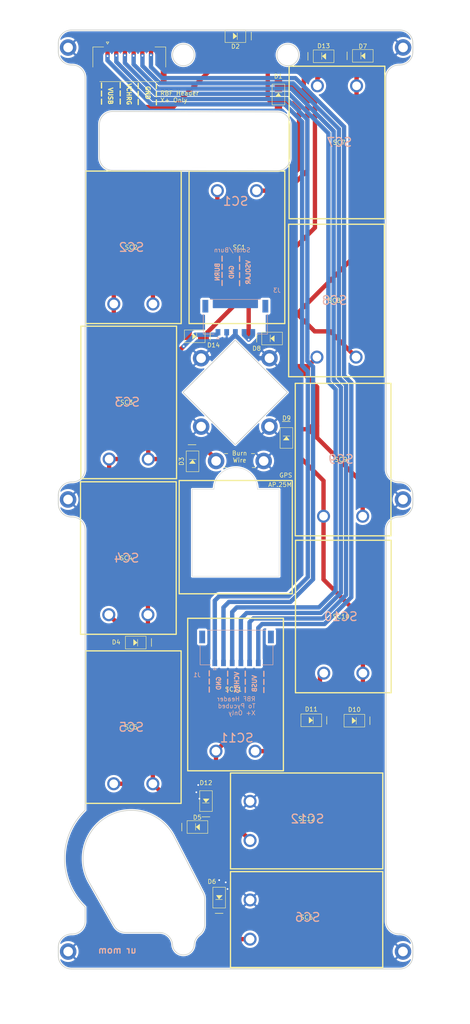
<source format=kicad_pcb>
(kicad_pcb (version 20221018) (generator pcbnew)
  (title_block (title "Stationary X Panel") (date "2024-05-08") (rev "1b") (company "Stanford Student Space Initiative") (comment 1 "Finn Hittson, with minor edits by Hunter Liu"))
  (layers (0 "F.Cu" signal) (31 "B.Cu" signal) (34 "B.Paste" user) (35 "F.Paste" user) (36 "B.SilkS" user "B.Silkscreen") (37 "F.SilkS" user "F.Silkscreen") (38 "B.Mask" user) (39 "F.Mask" user) (44 "Edge.Cuts" user))
  (net 0 "")
  (net 1 "VSOLAR")
  (net 2 "GND")
  (net 3 "Net-(D1-K)")
  (net 4 "Net-(D1-A)")
  (net 5 "Net-(D2-A)")
  (net 6 "Net-(D10-K)")
  (net 7 "Net-(D10-A)")
  (net 8 "Net-(D11-A)")
  (net 9 "Net-(D3-A)")
  (net 10 "Net-(D4-A)")
  (net 11 "Net-(D5-A)")
  (net 12 "Net-(D7-A)")
  (net 13 "Net-(D8-A)")
  (net 14 "BURN")
  (net 15 "Net-(D13-A)")
  (net 20 "/VUSB_OUT")
  (net 21 "/VUSB_BATT")
  (net 22 "/VCHRG")
  (net 23 "/VBATT")
  (net 24 "/PYCUBED_GND")
  (net 25 "/PYCUBED_GNDREF")
  (footprint "MountingHole:MountingHole_2.2mm_M2_DIN965_Pad_TopBottom" (layer "F.Cu") (at 108.075 129.165)
    (fp_text reference "H12" hide)
    (fp_text value "MountingHole_Pad" hide)
  )
  (footprint "panels:SM101K07TF" (layer "F.Cu") (at 92.785 83.475 -90)
    (fp_text reference "SC8")
    (fp_text value "SM101K07TF" hide)
  )
  (footprint "panels:DO-214AC" (layer "F.Cu") (at 60.198 91.694 180)
    (fp_text reference "D14")
    (fp_text value "CDBA240LL" hide)
  )
  (footprint "panels:DO-214AC" (layer "F.Cu") (at 65.811 220.537 90)
    (fp_text reference "D6")
    (fp_text value "CDBA240LL" hide)
  )
  (footprint "panels:SM101K07TF" (layer "F.Cu") (at 46.085 71.275 -90)
    (fp_text reference "SC2")
    (fp_text value "SM101K07TF" hide)
  )
  (footprint "panels:DO-214AC" (layer "F.Cu") (at 46.635 161.995 180)
    (fp_text reference "D4")
    (fp_text value "CDBA240LL" hide)
  )
  (footprint "panels:DO-214AC" (layer "F.Cu") (at 69.545 22.805 180)
    (fp_text reference "D2")
    (fp_text value "CDBA240LL" hide)
  )
  (footprint "MountingHole:MountingHole_2.2mm_M2_DIN965_Pad_TopBottom" (layer "F.Cu") (at 31.095 232.915)
    (fp_text reference "H8" hide)
    (fp_text value "MountingHole_Pad" hide)
  )
  (footprint "panels:SM101K07TF" (layer "F.Cu") (at 69.895 71.275 90)
    (fp_text reference "SC1")
    (fp_text value "SM101K07TF" hide)
  )
  (footprint "panels:SM101K07TF" (layer "F.Cu") (at 85.915 202.935 180)
    (fp_text reference "SC12")
    (fp_text value "SM101K07TF" hide)
  )
  (footprint "panels:SM101K07TF" (layer "F.Cu") (at 69.575 173.925 -90)
    (fp_text reference "SC11")
    (fp_text value "SM101K07TF" hide)
  )
  (footprint "panels:DO-214AC" (layer "F.Cu") (at 59.69 120.396 -90)
    (fp_text reference "D3")
    (fp_text value "CDBA240LL" hide)
  )
  (footprint "panels:DO-214AC" (layer "F.Cu") (at 86.985 179.835 180)
    (fp_text reference "D11")
    (fp_text value "CDBA240LL" hide)
  )
  (footprint "panels:DO-214AC" (layer "F.Cu") (at 60.815 204.335)
    (fp_text reference "D5")
    (fp_text value "CDBA240LL" hide)
  )
  (footprint "panels:SM101K07TF" (layer "F.Cu") (at 94.305 119.995 -90)
    (fp_text reference "SC9")
    (fp_text value "SM101K07TF" hide)
  )
  (footprint "panels:MOLEX_2053380006" (layer "F.Cu") (at 45.15 29.26 180)
    (fp_text reference "J2" hide)
    (fp_text value "2053380006" hide)
  )
  (footprint "MountingHole:MountingHole_2.2mm_M2_DIN965_Pad_TopBottom" (layer "F.Cu") (at 31.075 129.155)
    (fp_text reference "H9" hide)
    (fp_text value "MountingHole_Pad" hide)
  )
  (footprint "panels:DO-214AC" (layer "F.Cu") (at 79.435 36.195 -90)
    (fp_text reference "D1")
    (fp_text value "CDBA240LL" hide)
  )
  (footprint "panels:AP.25M" (layer "F.Cu") (at 69.62 137.8)
    (fp_text reference "ANT1" hide)
    (fp_text value "AP.25M")
  )
  (footprint "MountingHole:MountingHole_2.2mm_M2_DIN965_Pad_TopBottom" (layer "F.Cu") (at 61.666115 112.421156)
    (fp_text reference "H3" hide)
    (fp_text value "MountingHole_Pad" hide)
  )
  (footprint "panels:DO-214AC" (layer "F.Cu") (at 77.978 92.202)
    (fp_text reference "D8")
    (fp_text value "CDBA240LL" hide)
  )
  (footprint "panels:SM101K07TF" (layer "F.Cu") (at 92.895 47.205 90)
    (fp_text reference "SC7")
    (fp_text value "SM101K07TF" hide)
  )
  (footprint "MountingHole:MountingHole_2.2mm_M2_DIN965_Pad_TopBottom" (layer "F.Cu") (at 31.085 25.415)
    (fp_text reference "H10" hide)
    (fp_text value "MountingHole_Pad" hide)
  )
  (footprint "MountingHole:MountingHole_2.2mm_M2_DIN965_Pad_TopBottom" (layer "F.Cu") (at 76.045 120.315)
    (fp_text reference "H2" hide)
    (fp_text value "MountingHole_Pad" hide)
  )
  (footprint "panels:SM101K07TF" (layer "F.Cu") (at 85.915 225.575 180)
    (fp_text reference "SC6")
    (fp_text value "SM101K07TF" hide)
  )
  (footprint "MountingHole:MountingHole_2.2mm_M2_DIN965_Pad_TopBottom" (layer "F.Cu") (at 61.666115 96.723386)
    (fp_text reference "H5" hide)
    (fp_text value "MountingHole_Pad" hide)
  )
  (footprint "panels:SM101K07TF" (layer "F.Cu") (at 46.065 181.405 -90)
    (fp_text reference "SC5")
    (fp_text value "SM101K07TF" hide)
  )
  (footprint "MountingHole:MountingHole_2.2mm_M2_DIN965_Pad_TopBottom" (layer "F.Cu") (at 108.075 232.905)
    (fp_text reference "H7" hide)
    (fp_text value "MountingHole_Pad" hide)
  )
  (footprint "MountingHole:MountingHole_2.2mm_M2_DIN965_Pad_TopBottom" (layer "F.Cu") (at 77.363885 112.421156)
    (fp_text reference "H4" hide)
    (fp_text value "MountingHole_Pad" hide)
  )
  (footprint "panels:DO-214AC" (layer "F.Cu") (at 89.825 27.415)
    (fp_text reference "D13")
    (fp_text value "CDBA240LL" hide)
  )
  (footprint "panels:DO-214AC" (layer "F.Cu") (at 81.265 115.025 -90)
    (fp_text reference "D9")
    (fp_text value "CDBA240LL" hide)
  )
  (footprint "panels:DO-214AC" (layer "F.Cu") (at 62.785 198.375 90)
    (fp_text reference "D12")
    (fp_text value "CDBA240LL" hide)
  )
  (footprint "MountingHole:MountingHole_2.2mm_M2_DIN965_Pad_TopBottom" (layer "F.Cu") (at 108.095 25.405)
    (fp_text reference "H11" hide)
    (fp_text value "MountingHole_Pad" hide)
  )
  (footprint "panels:SM101K07TF" (layer "F.Cu") (at 44.935 142.595 -90)
    (fp_text reference "SC4")
    (fp_text value "SM101K07TF" hide)
  )
  (footprint "panels:SM101K07TF" (layer "F.Cu") (at 45.015 106.875 -90)
    (fp_text reference "SC3")
    (fp_text value "SM101K07TF" hide)
  )
  (footprint "panels:DO-214AC" (layer "F.Cu") (at 96.895 179.925 180)
    (fp_text reference "D10")
    (fp_text value "CDBA240LL" hide)
  )
  (footprint "panels:SM101K07TF" (layer "F.Cu") (at 94.355 156.015 -90)
    (fp_text reference "SC10")
    (fp_text value "SM101K07TF" hide)
  )
  (footprint "MountingHole:MountingHole_2.2mm_M2_DIN965_Pad_TopBottom" (layer "F.Cu") (at 77.363885 96.723386)
    (fp_text reference "H6" hide)
    (fp_text value "MountingHole_Pad" hide)
  )
  (footprint "MountingHole:MountingHole_2.2mm_M2_DIN965_Pad_TopBottom" (layer "F.Cu") (at 65.1 120.315)
    (fp_text reference "H1" hide)
    (fp_text value "MountingHole_Pad" hide)
  )
  (footprint "panels:DO-214AC" (layer "F.Cu") (at 98.835 27.325)
    (fp_text reference "D7")
    (fp_text value "CDBA240LL" hide)
  )
  (footprint "panels:MOLEX_2053380005" (layer "B.Cu") (at 69.535 87.215 180)
    (fp_text reference "J3")
    (fp_text value "2053380005")
  )
  (footprint "panels:MOLEX_2053380006" (layer "B.Cu") (at 69.805 163.135 180)
    (fp_text reference "J1")
    (fp_text value "2053380006" hide)
  )
  (gr_line (start 82.145 111.252) (end 80.345 111.252) (stroke (width 0.15)) (layer "F.SilkS"))
  (gr_line (start 63.67 202) (end 61.87 202) (stroke (width 0.15)) (layer "F.SilkS"))
  (gr_line (start 100.47 180.825) (end 100.47 179.025) (stroke (width 0.15)) (layer "F.SilkS"))
  (gr_line (start 57.22 205.25) (end 57.22 203.45) (stroke (width 0.15)) (layer "F.SilkS"))
  (gr_line (start 60.474 116.586) (end 58.674 116.586) (stroke (width 0.15)) (layer "F.SilkS"))
  (gr_line (start 74.438 91.242) (end 74.438 93.042) (stroke (width 0.15)) (layer "F.SilkS"))
  (gr_line (start 66.695 224.15) (end 64.895 224.15) (stroke (width 0.15)) (layer "F.SilkS"))
  (gr_line (start 90.545 178.95) (end 90.545 180.75) (stroke (width 0.15)) (layer "F.SilkS"))
  (gr_line (start 95.22 28.225) (end 95.22 26.425) (stroke (width 0.15)) (layer "F.SilkS"))
  (gr_line (start 86.22 28.325) (end 86.22 26.525) (stroke (width 0.15)) (layer "F.SilkS"))
  (gr_line (start 50.245 162.875) (end 50.245 161.075) (stroke (width 0.15)) (layer "F.SilkS"))
  (gr_line (start 73.195 23.7) (end 73.195 21.9) (stroke (width 0.15)) (layer "F.SilkS"))
  (gr_line (start 63.754 92.594) (end 63.754 90.794) (stroke (width 0.15)) (layer "F.SilkS"))
  (gr_circle (center 81.585 27.105) (end 84.085 27.105) (stroke (width 0.2)) (fill none) (layer "Edge.Cuts"))
  (gr_line (start 104.16 225.905) (end 104.16 136.155) (stroke (width 0.2)) (layer "Edge.Cuts"))
  (gr_arc (start 107.335 125.155) (mid 109.45632 126.03368) (end 110.335 128.155) (stroke (width 0.2)) (layer "Edge.Cuts"))
  (gr_line (start 41.67106 227.049172) (end 35.967089 217.075205) (stroke (width 0.2)) (layer "Edge.Cuts"))
  (gr_arc (start 82.1811 50.693) (mid 81.30242 52.81432) (end 79.1811 53.693) (stroke (width 0.2)) (layer "Edge.Cuts"))
  (gr_line (start 31.835 29.405) (end 32.01 29.405) (stroke (width 0.2)) (layer "Edge.Cuts"))
  (gr_line (start 62.485 220.840832) (end 62.485 226.694897) (stroke (width 0.2)) (layer "Edge.Cuts"))
  (gr_line (start 110.335 233.905) (end 110.335 231.905) (stroke (width 0.2)) (layer "Edge.Cuts"))
  (gr_line (start 35.01 222.681595) (end 35.01 225.905) (stroke (width 0.2)) (layer "Edge.Cuts"))
  (gr_arc (start 110.335 130.155) (mid 109.45632 132.27632) (end 107.335 133.155) (stroke (width 0.2)) (layer "Edge.Cuts"))
  (gr_arc (start 28.835 231.905) (mid 29.71368 229.78368) (end 31.835 228.905) (stroke (width 0.2)) (layer "Edge.Cuts"))
  (gr_arc (start 60.08138 231.339481) (mid 60.43203 230.085337) (end 61.281018 229.097878) (stroke (width 0.2)) (layer "Edge.Cuts"))
  (gr_arc (start 104.16 32.405) (mid 105.03868 30.28368) (end 107.16 29.405) (stroke (width 0.2)) (layer "Edge.Cuts"))
  (gr_arc (start 35.01 225.905) (mid 34.13132 228.02632) (end 32.01 228.905) (stroke (width 0.2)) (layer "Edge.Cuts"))
  (gr_line (start 41.275 40.0826) (end 79.1811 40.1682) (stroke (width 0.2)) (layer "Edge.Cuts"))
  (gr_arc (start 31.835 236.905) (mid 29.71368 236.02632) (end 28.835 233.905) (stroke (width 0.2)) (layer "Edge.Cuts"))
  (gr_arc (start 104.16 136.155) (mid 105.03868 134.03368) (end 107.16 133.155) (stroke (width 0.2)) (layer "Edge.Cuts"))
  (gr_line (start 59.62 146.8) (end 59.62 126.8) (stroke (width 0.1)) (layer "Edge.Cuts"))
  (gr_line (start 110.335 26.405) (end 110.335 24.405) (stroke (width 0.2)) (layer "Edge.Cuts"))
  (gr_arc (start 107.335 21.405) (mid 109.45632 22.28368) (end 110.335 24.405) (stroke (width 0.2)) (layer "Edge.Cuts"))
  (gr_arc (start 31.835 29.405) (mid 29.71368 28.52632) (end 28.835 26.405) (stroke (width 0.2)) (layer "Edge.Cuts"))
  (gr_arc (start 107.335 228.905) (mid 109.45632 229.78368) (end 110.335 231.905) (stroke (width 0.2)) (layer "Edge.Cuts"))
  (gr_line (start 107.335 125.155) (end 107.16 125.155) (stroke (width 0.2)) (layer "Edge.Cuts"))
  (gr_line (start 28.835 128.155) (end 28.835 130.155) (stroke (width 0.2)) (layer "Edge.Cuts"))
  (gr_line (start 32.01 125.155) (end 31.835 125.155) (stroke (width 0.2)) (layer "Edge.Cuts"))
  (gr_arc (start 107.16 228.905) (mid 105.03868 228.02632) (end 104.16 225.905) (stroke (width 0.2)) (layer "Edge.Cuts"))
  (gr_arc (start 28.835 24.405) (mid 29.71368 22.28368) (end 31.835 21.405) (stroke (width 0.2)) (layer "Edge.Cuts"))
  (gr_arc (start 64.62 126.8) (mid 69.62 121.8) (end 74.62 126.8) (stroke (width 0.1)) (layer "Edge.Cuts"))
  (gr_line (start 107.16 133.155) (end 107.335 133.155) (stroke (width 0.2)) (layer "Edge.Cuts"))
  (gr_arc (start 107.16 125.155) (mid 105.03868 124.27632) (end 104.16 122.155) (stroke (width 0.2)) (layer "Edge.Cuts"))
  (gr_line (start 107.16 29.405) (end 107.335 29.405) (stroke (width 0.2)) (layer "Edge.Cuts"))
  (gr_arc (start 31.835 133.155) (mid 29.71368 132.27632) (end 28.835 130.155) (stroke (width 0.2)) (layer "Edge.Cuts"))
  (gr_arc (start 62.485 226.694897) (mid 62.167169 228.038763) (end 61.281018 229.097878) (stroke (width 0.2)) (layer "Edge.Cuts"))
  (gr_arc (start 60.08138 231.339481) (mid 57.598433 233.704964) (end 55.090209 231.366299) (stroke (width 0.2)) (layer "Edge.Cuts"))
  (gr_arc (start 41.275 53.6074) (mid 39.15368 52.72872) (end 38.275 50.6074) (stroke (width 0.2)) (layer "Edge.Cuts"))
  (gr_arc (start 35.01 122.155) (mid 34.13132 124.27632) (end 32.01 125.155) (stroke (width 0.2)) (layer "Edge.Cuts"))
  (gr_line (start 107.335 228.905) (end 107.16 228.905) (stroke (width 0.2)) (layer "Edge.Cuts"))
  (gr_line (start 35.01 32.405) (end 35.01 122.155) (stroke (width 0.2)) (layer "Edge.Cuts"))
  (gr_line (start 110.335 130.155) (end 110.335 128.155) (stroke (width 0.2)) (layer "Edge.Cuts"))
  (gr_arc (start 32.01 133.155) (mid 34.13132 134.03368) (end 35.01 136.155) (stroke (width 0.2)) (layer "Edge.Cuts"))
  (gr_line (start 79.62 126.8) (end 79.62 146.8) (stroke (width 0.1)) (layer "Edge.Cuts"))
  (gr_arc (start 38.275 43.0826) (mid 39.15368 40.96128) (end 41.275 40.0826) (stroke (width 0.2)) (layer "Edge.Cuts"))
  (gr_arc (start 79.1811 40.1682) (mid 81.30242 41.04688) (end 82.1811 43.1682) (stroke (width 0.2)) (layer "Edge.Cuts"))
  (gr_line (start 74.62 126.8) (end 79.62 126.8) (stroke (width 0.1)) (layer "Edge.Cuts"))
  (gr_line (start 32.01 228.905) (end 31.835 228.905) (stroke (width 0.2)) (layer "Edge.Cuts"))
  (gr_line (start 28.835 24.405) (end 28.835 26.405) (stroke (width 0.2)) (layer "Edge.Cuts"))
  (gr_line (start 104.16 122.155) (end 104.16 32.405) (stroke (width 0.2)) (layer "Edge.Cuts"))
  (gr_arc (start 52.09646 228.559857) (mid 54.148245 229.371156) (end 55.090209 231.366299) (stroke (width 0.2)) (layer "Edge.Cuts"))
  (gr_arc (start 110.335 26.405) (mid 109.45632 28.52632) (end 107.335 29.405) (stroke (width 0.2)) (layer "Edge.Cuts"))
  (gr_line (start 79.1811 53.693) (end 41.275 53.6074) (stroke (width 0.2)) (layer "Edge.Cuts"))
  (gr_line (start 59.62 126.8) (end 64.62 126.8) (stroke (width 0.1)) (layer "Edge.Cuts"))
  (gr_circle (center 57.585 27.105) (end 60.085 27.105) (stroke (width 0.2)) (fill none) (layer "Edge.Cuts"))
  (gr_line (start 52.09646 228.559857) (end 44.275276 228.559857) (stroke (width 0.2)) (layer "Edge.Cuts"))
  (gr_line (start 38.275 50.6074) (end 38.275 43.0826) (stroke (width 0.2)) (layer "Edge.Cuts"))
  (gr_arc (start 44.275276 228.559857) (mid 42.769944 228.154843) (end 41.67106 227.049172) (stroke (width 0.2)) (layer "Edge.Cuts"))
  (gr_poly (pts (xy 57.491098 104.569184) (xy 69.511913 92.548369) (xy 81.532729 104.569184) (xy 69.511913 116.59)) (stroke (width 0.2)) (fill none) (layer "Edge.Cuts"))
  (gr_line (start 82.1811 43.1682) (end 82.1811 50.693) (stroke (width 0.2)) (layer "Edge.Cuts"))
  (gr_line (start 79.62 146.8) (end 59.62 146.8) (stroke (width 0.1)) (layer "Edge.Cuts"))
  (gr_line (start 55.422771 206.478162) (end 62.148747 219.460813) (stroke (width 0.2)) (layer "Edge.Cuts"))
  (gr_arc (start 62.148747 219.460813) (mid 62.399723 220.130636) (end 62.485 220.840832) (stroke (width 0.2)) (layer "Edge.Cuts"))
  (gr_line (start 28.835 231.905) (end 28.835 233.905) (stroke (width 0.2)) (layer "Edge.Cuts"))
  (gr_arc (start 32.01 29.405) (mid 34.13132 30.28368) (end 35.01 32.405) (stroke (width 0.2)) (layer "Edge.Cuts"))
  (gr_line (start 107.335 21.405) (end 31.835 21.405) (stroke (width 0.2)) (layer "Edge.Cuts"))
  (gr_arc (start 35.967089 217.075205) (mid 40.285339 201.844927) (end 55.422771 206.478162) (stroke (width 0.2)) (layer "Edge.Cuts"))
  (gr_arc (start 110.335 233.905) (mid 109.45632 236.02632) (end 107.335 236.905) (stroke (width 0.2)) (layer "Edge.Cuts"))
  (gr_line (start 31.835 133.155) (end 32.01 133.155) (stroke (width 0.2)) (layer "Edge.Cuts"))
  (gr_arc (start 35.01 222.681595) (mid 30.249088 211.574858) (end 35.01 200.468119) (stroke (width 0.2)) (layer "Edge.Cuts"))
  (gr_line (start 31.835 236.905) (end 107.335 236.905) (stroke (width 0.2)) (layer "Edge.Cuts"))
  (gr_line (start 35.01 136.155) (end 35.01 200.468119) (stroke (width 0.2)) (layer "Edge.Cuts"))
  (gr_arc (start 28.835 128.155) (mid 29.71368 126.03368) (end 31.835 125.155) (stroke (width 0.2)) (layer "Edge.Cuts"))
  (gr_text "SC11" (at 69.85 183.896) (layer "B.SilkS") (effects (font (size 2 2) (thickness 0.3)) (justify mirror)))
  (gr_text "VCHRG" (at 70.465 168.545 90) (layer "B.SilkS") (effects (font (size 1 1) (thickness 0.25) bold) (justify left bottom mirror)))
  (gr_text "----" (at 67.25 80.575 90) (layer "B.SilkS") (effects (font (size 1.5 1.5) (thickness 0.3) bold) (justify left bottom)))
  (gr_text "SC1" (at 69.596 60.706) (layer "B.SilkS") (effects (font (size 2 2) (thickness 0.3)) (justify mirror)))
  (gr_text "GND" (at 66.294 169.672 90) (layer "B.SilkS") (effects (font (size 1 1) (thickness 0.25) bold) (justify left bottom mirror)))
  (gr_text "BURN" (at 65.975 74.725 90) (layer "B.SilkS") (effects (font (size 1 1) (thickness 0.25) bold) (justify left bottom mirror)))
  (gr_text "---" (at 64.305 173.905 90) (layer "B.SilkS") (effects (font (size 1.5 1.5) (thickness 0.3) bold) (justify left bottom)))
  (gr_text "SC3" (at 44.67 106.8) (layer "B.SilkS") (effects (font (size 2 2) (thickness 0.3)) (justify mirror)))
  (gr_text "SC10" (at 93.77 156.025) (layer "B.SilkS") (effects (font (size 2 2) (thickness 0.3)) (justify mirror)))
  (gr_text "VUSB" (at 74.525 169.315 90) (layer "B.SilkS") (effects (font (size 1 1) (thickness 0.25) bold) (justify left bottom mirror)))
  (gr_text "SC7" (at 93.445 47.15) (layer "B.SilkS") (effects (font (size 2 2) (thickness 0.3)) (justify mirror)))
  (gr_text "SC2" (at 45.645 71.275) (layer "B.SilkS") (effects (font (size 2 2) (thickness 0.3)) (justify mirror)))
  (gr_text "----" (at 71.275 80.625 90) (layer "B.SilkS") (effects (font (size 1.5 1.5) (thickness 0.3) bold) (justify left bottom)))
  (gr_text "ur mom" (at 46.985 233.465) (layer "B.SilkS") (effects (font (size 1.5 1.5) (thickness 0.3) bold) (justify left bottom mirror)))
  (gr_text "GND" (at 69.25 75.3 90) (layer "B.SilkS") (effects (font (size 1 1) (thickness 0.25) bold) (justify left bottom mirror)))
  (gr_text "SC9" (at 93.82 119.925) (layer "B.SilkS") (effects (font (size 2 2) (thickness 0.3)) (justify mirror)))
  (gr_text "---" (at 68.535 173.975 90) (layer "B.SilkS") (effects (font (size 1.5 1.5) (thickness 0.3) bold) (justify left bottom)))
  (gr_text "SC4" (at 44.52 142.6) (layer "B.SilkS") (effects (font (size 2 2) (thickness 0.3)) (justify mirror)))
  (gr_text "Solar/Burn" (at 73.095 72.49) (layer "B.SilkS") (effects (font (size 1 1)) (justify left bottom mirror)))
  (gr_text "SC6" (at 86.145 225.05) (layer "B.SilkS") (effects (font (size 2 2) (thickness 0.3)) (justify mirror)))
  (gr_text "SC5" (at 45.595 181.425) (layer "B.SilkS") (effects (font (size 2 2) (thickness 0.3)) (justify mirror)))
  (gr_text "---" (at 76.855 174.015 90) (layer "B.SilkS") (effects (font (size 1.5 1.5) (thickness 0.3) bold) (justify left bottom)))
  (gr_text "VSOLAR" (at 73.075 74.075 90) (layer "B.SilkS") (effects (font (size 1 1) (thickness 0.25) bold) (justify left bottom mirror)))
  (gr_text "SC12" (at 86.095 202.475) (layer "B.SilkS") (effects (font (size 2 2) (thickness 0.3)) (justify mirror)))
  (gr_text "RBF Header\nTo Pycubed\nX+ Only" (at 74.25 178.75) (layer "B.SilkS") (effects (font (size 1 1)) (justify left bottom mirror)))
  (gr_text "---" (at 72.585 173.975 90) (layer "B.SilkS") (effects (font (size 1.5 1.5) (thickness 0.3) bold) (justify left bottom)))
  (gr_text "SC8" (at 92.32 83.45) (layer "B.SilkS") (effects (font (size 2 2) (thickness 0.3)) (justify mirror)))
  (gr_text "VUSB" (at 40.235 34.445 -90) (layer "F.SilkS") (effects (font (size 1 1) (thickness 0.25) bold) (justify left bottom)))
  (gr_text "GND" (at 48.825 34.105 -90) (layer "F.SilkS") (effects (font (size 1 1) (thickness 0.25) bold) (justify left bottom)))
  (gr_text "---" (at 43.835 38.915 90) (layer "F.SilkS") (effects (font (size 1.5 1.5) (thickness 0.3) bold) (justify left bottom)))
  (gr_text "RBF Header\nX+ Only" (at 52.195 38.09) (layer "F.SilkS") (effects (font (size 1 1)) (justify left bottom)))
  (gr_text "---" (at 39.535 38.965 90) (layer "F.SilkS") (effects (font (size 1.5 1.5) (thickness 0.3) bold) (justify left bottom)))
  (gr_text "- Burn -\nWire\n-       -" (at 70.495 120.15) (layer "F.SilkS") (effects (font (size 1 1))))
  (gr_text "---" (at 52.145 39.125 90) (layer "F.SilkS") (effects (font (size 1.5 1.5) (thickness 0.3) bold) (justify left bottom)))
  (gr_text "AP.25M" (at 79.795 125.75) (layer "F.SilkS") (effects (font (size 1 1))))
  (gr_text "---" (at 47.975 39.045 90) (layer "F.SilkS") (effects (font (size 1.5 1.5) (thickness 0.3) bold) (justify left bottom)))
  (gr_text "GPS" (at 81.12 123.6) (layer "F.SilkS") (effects (font (size 1 1))))
  (gr_text "VCHRG" (at 44.485 33.515 -90) (layer "F.SilkS") (effects (font (size 1 1) (thickness 0.25) bold) (justify left bottom)))
  (segment (start 72.595 92.456) (end 72.595 85.075) (width 1) (layer "F.Cu") (net 1))
  (segment (start 70.352786 83.539214) (end 62.198 91.694) (width 1) (layer "F.Cu") (net 1))
  (segment (start 87.825 66.763428) (end 71.059214 83.529214) (width 1) (layer "F.Cu") (net 1))
  (segment (start 87.825 27.415) (end 86.225 27.415) (width 1) (layer "F.Cu") (net 1))
  (segment (start 71.059214 83.539214) (end 70.352786 83.539214) (width 1) (layer "F.Cu") (net 1))
  (segment (start 72.595 85.075) (end 71.059214 83.539214) (width 1) (layer "F.Cu") (net 1))
  (segment (start 85.275 35.305) (end 87.825 37.855) (width 1) (layer "F.Cu") (net 1))
  (segment (start 86.225 27.415) (end 85.275 28.365) (width 1) (layer "F.Cu") (net 1))
  (segment (start 87.825 37.855) (end 87.825 66.763428) (width 1) (layer "F.Cu") (net 1))
  (segment (start 71.059214 83.539214) (end 71.059214 83.529214) (width 1) (layer "F.Cu") (net 1))
  (segment (start 85.275 28.365) (end 85.275 35.305) (width 1) (layer "F.Cu") (net 1))
  (via (at 72.595 92.456) (size 0.8) (drill 0.4) (layers "F.Cu" "B.Cu") (net 1))
  (segment (start 73.535 91.516) (end 73.535 91.093) (width 1) (layer "B.Cu") (net 1))
  (segment (start 72.595 92.456) (end 73.535 91.516) (width 1) (layer "B.Cu") (net 1))
  (segment (start 72.595 92.456) (end 71.535 91.396) (width 1) (layer "B.Cu") (net 1))
  (segment (start 71.535 91.396) (end 71.535 91.093) (width 1) (layer "B.Cu") (net 1))
  (segment (start 65.813 218.537) (end 67.315 217.035) (width 1) (layer "F.Cu") (net 2))
  (segment (start 65.811 216.529) (end 65.815 216.525) (width 1) (layer "F.Cu") (net 2))
  (segment (start 65.811 218.537) (end 65.811 216.529) (width 1) (layer "F.Cu") (net 2))
  (segment (start 62.785 196.375) (end 62.675 196.375) (width 1) (layer "F.Cu") (net 2))
  (segment (start 65.811 218.537) (end 67.707 218.537) (width 1) (layer "F.Cu") (net 2))
  (segment (start 60.585 196.375) (end 60.565 196.355) (width 1) (layer "F.Cu") (net 2))
  (segment (start 65.811 218.537) (end 65.813 218.537) (width 1) (layer "F.Cu") (net 2))
  (segment (start 62.675 196.375) (end 60.995 194.695) (width 1) (layer "F.Cu") (net 2))
  (segment (start 67.707 218.537) (end 67.735 218.565) (width 1) (layer "F.Cu") (net 2))
  (segment (start 62.785 196.375) (end 62.725 196.375) (width 1) (layer "F.Cu") (net 2))
  (segment (start 62.725 196.375) (end 61.275 197.825) (width 1) (layer "F.Cu") (net 2))
  (segment (start 62.785 196.375) (end 60.585 196.375) (width 1) (layer "F.Cu") (net 2))
  (via (at 67.735 218.565) (size 0.8) (drill 0.4) (layers "F.Cu" "B.Cu") (net 2))
  (via (at 65.815 216.525) (size 0.8) (drill 0.4) (layers "F.Cu" "B.Cu") (net 2))
  (via (at 60.565 196.355) (size 0.8) (drill 0.4) (layers "F.Cu" "B.Cu") (net 2))
  (via (at 67.315 217.035) (size 0.8) (drill 0.4) (layers "F.Cu" "B.Cu") (net 2))
  (via (at 60.995 194.695) (size 0.8) (drill 0.4) (layers "F.Cu" "B.Cu") (net 2))
  (via (at 61.275 197.825) (size 0.8) (drill 0.4) (layers "F.Cu" "B.Cu") (net 2))
  (segment (start 74.879386 96.723386) (end 77.363885 96.723386) (width 1) (layer "B.Cu") (net 2))
  (segment (start 69.535 90.765) (end 69.535 91.247) (width 1) (layer "B.Cu") (net 2))
  (segment (start 69.535 91.247) (end 64.058614 96.723386) (width 1) (layer "B.Cu") (net 2))
  (segment (start 69.535 91.379) (end 74.879386 96.723386) (width 1) (layer "B.Cu") (net 2))
  (segment (start 69.535 90.765) (end 69.535 91.379) (width 1) (layer "B.Cu") (net 2))
  (segment (start 64.058614 96.723386) (end 61.666115 96.723386) (width 1) (layer "B.Cu") (net 2))
  (segment (start 78.205 61.525) (end 86.075 53.655) (width 1) (layer "F.Cu") (net 3))
  (segment (start 59.035 90.857) (end 58.198 91.694) (width 1) (layer "F.Cu") (net 3))
  (segment (start 65.395 61.525) (end 65.395 58.275) (width 1) (layer "F.Cu") (net 3))
  (segment (start 65.395 61.525) (end 78.205 61.525) (width 1) (layer "F.Cu") (net 3))
  (segment (start 82.065 34.195) (end 79.435 34.195) (width 1) (layer "F.Cu") (net 3))
  (segment (start 86.075 53.655) (end 86.075 38.205) (width 1) (layer "F.Cu") (net 3))
  (segment (start 59.035 67.885) (end 59.035 90.857) (width 1) (layer "F.Cu") (net 3))
  (segment (start 65.395 61.525) (end 59.035 67.885) (width 1) (layer "F.Cu") (net 3))
  (segment (start 86.075 38.205) (end 82.065 34.195) (width 1) (layer "F.Cu") (net 3))
  (segment (start 79.075 58.275) (end 84.165 53.185) (width 1) (layer "F.Cu") (net 4))
  (segment (start 84.165 39.805) (end 82.555 38.195) (width 1) (layer "F.Cu") (net 4))
  (segment (start 84.165 53.185) (end 84.165 39.805) (width 1) (layer "F.Cu") (net 4))
  (segment (start 39.245 39.075) (end 55.275 39.075) (width 1) (layer "F.Cu") (net 4))
  (segment (start 37.08 61.75) (end 37.08 41.24) (width 1) (layer "F.Cu") (net 4))
  (segment (start 50.585 75.255) (end 37.08 61.75) (width 1) (layer "F.Cu") (net 4))
  (segment (start 71.545 22.805) (end 75.685 22.805) (width 1) (layer "F.Cu") (net 4))
  (segment (start 76.985 24.105) (end 76.985 37.195) (width 1) (layer "F.Cu") (net 4))
  (segment (start 77.985 38.195) (end 79.435 38.195) (width 1) (layer "F.Cu") (net 4))
  (segment (start 37.08 41.24) (end 39.245 39.075) (width 1) (layer "F.Cu") (net 4))
  (segment (start 55.275 39.075) (end 71.545 22.805) (width 1) (layer "F.Cu") (net 4))
  (segment (start 74.395 58.275) (end 79.075 58.275) (width 1) (layer "F.Cu") (net 4))
  (segment (start 76.985 37.195) (end 77.985 38.195) (width 1) (layer "F.Cu") (net 4))
  (segment (start 82.555 38.195) (end 79.435 38.195) (width 1) (layer "F.Cu") (net 4))
  (segment (start 75.685 22.805) (end 76.985 24.105) (width 1) (layer "F.Cu") (net 4))
  (segment (start 50.585 84.275) (end 50.585 75.255) (width 1) (layer "F.Cu") (net 4))
  (segment (start 41.585 84.275) (end 41.585 71.635) (width 1) (layer "F.Cu") (net 5))
  (segment (start 38.115 22.805) (end 67.545 22.805) (width 1) (layer "F.Cu") (net 5))
  (segment (start 35.88 65.93) (end 35.88 25.04) (width 1) (layer "F.Cu") (net 5))
  (segment (start 55.035 119.875) (end 49.515 119.875) (width 1) (layer "F.Cu") (net 5))
  (segment (start 59.69 118.396) (end 56.514 118.396) (width 1) (layer "F.Cu") (net 5))
  (segment (start 56.514 118.396) (end 55.035 119.875) (width 1) (layer "F.Cu") (net 5))
  (segment (start 41.585 84.275) (end 41.585 96.405) (width 1) (layer "F.Cu") (net 5))
  (segment (start 49.515 104.335) (end 49.515 119.875) (width 1) (layer "F.Cu") (net 5))
  (segment (start 41.585 96.405) (end 49.515 104.335) (width 1) (layer "F.Cu") (net 5))
  (segment (start 35.88 25.04) (end 38.115 22.805) (width 1) (layer "F.Cu") (net 5))
  (segment (start 41.585 71.635) (end 35.88 65.93) (width 1) (layer "F.Cu") (net 5))
  (segment (start 81.981 117.025) (end 89.805 124.849) (width 1) (layer "F.Cu") (net 6))
  (segment (start 89.805 132.995) (end 89.805 147.525) (width 1) (layer "F.Cu") (net 6))
  (segment (start 98.855 169.015) (end 98.855 179.885) (width 1) (layer "F.Cu") (net 6))
  (segment (start 81.265 117.025) (end 81.981 117.025) (width 1) (layer "F.Cu") (net 6))
  (segment (start 89.805 147.525) (end 98.855 156.575) (width 1) (layer "F.Cu") (net 6))
  (segment (start 98.855 156.575) (end 98.855 169.015) (width 1) (layer "F.Cu") (net 6))
  (segment (start 89.805 124.849) (end 89.805 132.995) (width 1) (layer "F.Cu") (net 6))
  (segment (start 98.855 179.885) (end 98.895 179.925) (width 1) (layer "F.Cu") (net 6))
  (segment (start 81.895 186.925) (end 74.075 186.925) (width 1) (layer "F.Cu") (net 7))
  (segment (start 88.985 179.835) (end 88.985 169.885) (width 1) (layer "F.Cu") (net 7))
  (segment (start 89.075 179.925) (end 88.985 179.835) (width 1) (layer "F.Cu") (net 7))
  (segment (start 88.985 169.885) (end 89.855 169.015) (width 1) (layer "F.Cu") (net 7))
  (segment (start 88.985 179.835) (end 81.895 186.925) (width 1) (layer "F.Cu") (net 7))
  (segment (start 94.895 179.925) (end 89.075 179.925) (width 1) (layer "F.Cu") (net 7))
  (segment (start 72.165 179.835) (end 65.075 186.925) (width 1) (layer "F.Cu") (net 8))
  (segment (start 64.245 200.375) (end 65.075 199.545) (width 1) (layer "F.Cu") (net 8))
  (segment (start 84.985 179.835) (end 72.165 179.835) (width 1) (layer "F.Cu") (net 8))
  (segment (start 65.075 199.545) (end 72.915 207.385) (width 1) (layer "F.Cu") (net 8))
  (segment (start 72.915 207.385) (end 72.915 207.435) (width 1) (layer "F.Cu") (net 8))
  (segment (start 65.075 198.085) (end 65.075 199.545) (width 1) (layer "F.Cu") (net 8))
  (segment (start 62.785 200.375) (end 64.245 200.375) (width 1) (layer "F.Cu") (net 8))
  (segment (start 65.075 198.085) (end 65.075 186.925) (width 1) (layer "F.Cu") (net 8))
  (segment (start 59.69 122.396) (end 59.658 122.428) (width 1) (layer "F.Cu") (net 9))
  (segment (start 48.635 159.065) (end 49.435 158.265) (width 1) (layer "F.Cu") (net 9))
  (segment (start 49.435 158.265) (end 49.435 155.595) (width 1) (layer "F.Cu") (net 9))
  (segment (start 49.435 143.675) (end 40.515 134.755) (width 1) (layer "F.Cu") (net 9))
  (segment (start 48.635 161.995) (end 48.635 159.065) (width 1) (layer "F.Cu") (net 9))
  (segment (start 59.658 122.428) (end 47.748 122.428) (width 1) (layer "F.Cu") (net 9))
  (segment (start 49.435 155.595) (end 49.435 143.675) (width 1) (layer "F.Cu") (net 9))
  (segment (start 40.515 134.755) (end 40.515 119.875) (width 1) (layer "F.Cu") (net 9))
  (segment (start 47.748 122.428) (end 45.195 119.875) (width 1) (layer "F.Cu") (net 9))
  (segment (start 45.195 119.875) (end 40.515 119.875) (width 1) (layer "F.Cu") (net 9))
  (segment (start 50.565 187.195) (end 44.635 181.265) (width 1) (layer "F.Cu") (net 10))
  (segment (start 44.635 161.995) (end 44.635 159.795) (width 1) (layer "F.Cu") (net 10))
  (segment (start 58.815 202.655) (end 55.9 199.74) (width 1) (layer "F.Cu") (net 10))
  (segment (start 55.9 199.74) (end 50.565 194.405) (width 1) (layer "F.Cu") (net 10))
  (segment (start 44.635 159.795) (end 40.435 155.595) (width 1) (layer "F.Cu") (net 10))
  (segment (start 58.815 204.335) (end 58.815 202.655) (width 1) (layer "F.Cu") (net 10))
  (segment (start 44.635 181.265) (end 44.635 161.995) (width 1) (layer "F.Cu") (net 10))
  (segment (start 50.565 194.405) (end 50.565 187.195) (width 1) (layer "F.Cu") (net 10))
  (segment (start 62.992425 207.585) (end 58.745 207.585) (width 1) (layer "F.Cu") (net 11))
  (segment (start 62.992425 207.585) (end 62.992425 204.512425) (width 1) (layer "F.Cu") (net 11))
  (segment (start 69.185 230.075) (end 72.915 230.075) (width 1) (layer "F.Cu") (net 11))
  (segment (start 45.565 194.405) (end 41.565 194.405) (width 1) (layer "F.Cu") (net 11))
  (segment (start 65.811 226.701) (end 69.185 230.075) (width 1) (layer "F.Cu") (net 11))
  (segment (start 64.527 222.537) (end 63.575 221.585) (width 1) (layer "F.Cu") (net 11))
  (segment (start 58.745 207.585) (end 45.565 194.405) (width 1) (layer "F.Cu") (net 11))
  (segment (start 62.992425 204.512425) (end 62.815 204.335) (width 1) (layer "F.Cu") (net 11))
  (segment (start 65.811 222.537) (end 64.527 222.537) (width 1) (layer "F.Cu") (net 11))
  (segment (start 65.811 222.537) (end 65.811 226.701) (width 1) (layer "F.Cu") (net 11))
  (segment (start 63.575 208.167575) (end 62.992425 207.585) (width 1) (layer "F.Cu") (net 11))
  (segment (start 63.575 221.585) (end 63.575 208.167575) (width 1) (layer "F.Cu") (net 11))
  (segment (start 100.835 28.845) (end 100.835 27.325) (width 1) (layer "F.Cu") (net 12))
  (segment (start 83.82 86.43) (end 83.82 86.614) (width 1) (layer "F.Cu") (net 12))
  (segment (start 81.75 86.43) (end 75.978 92.202) (width 1) (layer "F.Cu") (net 12))
  (segment (start 91.375 90.565) (end 97.285 96.475) (width 1) (layer "F.Cu") (net 12))
  (segment (start 97.395 32.285) (end 100.835 28.845) (width 1) (layer "F.Cu") (net 12))
  (segment (start 87.771 90.565) (end 91.375 90.565) (width 1) (layer "F.Cu") (net 12))
  (segment (start 97.395 34.205) (end 97.395 72.855) (width 1) (layer "F.Cu") (net 12))
  (segment (start 97.395 34.205) (end 97.395 32.285) (width 1) (layer "F.Cu") (net 12))
  (segment (start 97.395 72.855) (end 83.82 86.43) (width 1) (layer "F.Cu") (net 12))
  (segment (start 83.82 86.614) (end 87.771 90.565) (width 1) (layer "F.Cu") (net 12))
  (segment (start 83.82 86.43) (end 81.75 86.43) (width 1) (layer "F.Cu") (net 12))
  (segment (start 98.805 125.455) (end 98.805 132.995) (width 1) (layer "F.Cu") (net 13))
  (segment (start 86.36 101.346) (end 83.566 98.552) (width 1) (layer "F.Cu") (net 13))
  (segment (start 86.375 113.025) (end 88.335 114.985) (width 1) (layer "F.Cu") (net 13))
  (segment (start 83.566 98.552) (end 86.208 98.552) (width 1) (layer "F.Cu") (net 13))
  (segment (start 79.978 94.964) (end 79.978 92.202) (width 1) (layer "F.Cu") (net 13))
  (segment (start 86.208 101.194) (end 86.36 101.346) (width 1) (layer "F.Cu") (net 13))
  (segment (start 83.566 98.552) (end 79.978 94.964) (width 1) (layer "F.Cu") (net 13))
  (segment (start 86.208 98.552) (end 86.208 101.194) (width 1) (layer "F.Cu") (net 13))
  (segment (start 88.335 103.321) (end 86.36 101.346) (width 1) (layer "F.Cu") (net 13))
  (segment (start 87.132 112.268) (end 88.335 112.268) (width 1) (layer "F.Cu") (net 13))
  (segment (start 86.375 113.025) (end 87.132 112.268) (width 1) (layer "F.Cu") (net 13))
  (segment (start 88.335 114.985) (end 98.805 125.455) (width 1) (layer "F.Cu") (net 13))
  (segment (start 88.335 112.268) (end 88.335 103.321) (width 1) (layer "F.Cu") (net 13))
  (segment (start 81.265 113.025) (end 86.375 113.025) (width 1) (layer "F.Cu") (net 13))
  (segment (start 88.335 114.985) (end 88.335 112.268) (width 1) (layer "F.Cu") (net 13))
  (segment (start 86.208 98.552) (end 88.285 96.475) (width 1) (layer "F.Cu") (net 13))
  (segment (start 65.1 119.964) (end 65.1 120.315) (width 1) (layer "F.Cu") (net 14))
  (segment (start 55.995 110.859) (end 65.1 119.964) (width 1) (layer "F.Cu") (net 14))
  (segment (start 55.995 95.643) (end 55.995 110.859) (width 1) (layer "F.Cu") (net 14))
  (segment (start 57.658 93.98) (end 55.995 95.643) (width 1) (layer "F.Cu") (net 14))
  (via (at 57.658 93.98) (size 0.8) (drill 0.4) (layers "F.Cu" "B.Cu") (net 14))
  (segment (start 57.658 93.98) (end 60.298 91.34) (width 1) (layer "B.Cu") (net 14))
  (segment (start 60.298 91.34) (end 65.187108 91.34) (width 1) (layer "B.Cu") (net 14))
  (segment (start 65.187108 91.34) (end 65.535 90.992108) (width 1) (layer "B.Cu") (net 14))
  (segment (start 65.535 90.992108) (end 65.535 90.765) (width 1) (layer "B.Cu") (net 14))
  (segment (start 88.395 34.205) (end 88.395 32.455) (width 1) (layer "F.Cu") (net 15))
  (segment (start 88.395 32.455) (end 91.825 29.025) (width 1) (layer "F.Cu") (net 15))
  (segment (start 96.835 27.325) (end 91.915 27.325) (width 1) (layer "F.Cu") (net 15))
  (segment (start 91.915 27.325) (end 91.825 27.415) (width 1) (layer "F.Cu") (net 15))
  (segment (start 91.825 29.025) (end 91.825 27.415) (width 1) (layer "F.Cu") (net 15))
  (segment (start 40.15 25.71) (end 40.15 27.37) (width 1) (layer "F.Cu") (net 20))
  (segment (start 40.15 27.37) (end 40.145 27.375) (width 0.635) (layer "F.Cu") (net 20))
  (via (at 40.145 27.375) (size 0.8) (drill 0.4) (layers "F.Cu" "B.Cu") (net 20))
  (segment (start 84.885 42.45028) (end 84.885 98.455) (width 1) (layer "B.Cu") (net 20))
  (segment (start 65.786 151.384) (end 64.805 152.365) (width 1) (layer "B.Cu") (net 20))
  (segment (start 80.87472 38.44) (end 84.885 42.45028) (width 1) (layer "B.Cu") (net 20))
  (segment (start 86.195 146.977) (end 81.788 151.384) (width 1) (layer "B.Cu") (net 20))
  (segment (start 50.20472 38.44) (end 80.87472 38.44) (width 1) (layer "B.Cu") (net 20))
  (segment (start 81.788 151.384) (end 65.786 151.384) (width 1) (layer "B.Cu") (net 20))
  (segment (start 84.885 98.455) (end 86.195 99.765) (width 1) (layer "B.Cu") (net 20))
  (segment (start 40.145 27.375) (end 40.145 28.38028) (width 1) (layer "B.Cu") (net 20))
  (segment (start 86.195 99.765) (end 86.195 146.977) (width 1) (layer "B.Cu") (net 20))
  (segment (start 64.805 152.365) (end 64.805 166.685) (width 1) (layer "B.Cu") (net 20))
  (segment (start 40.145 28.38028) (end 50.20472 38.44) (width 1) (layer "B.Cu") (net 20))
  (segment (start 42.15 27.26) (end 42.175 27.285) (width 0.635) (layer "F.Cu") (net 21))
  (segment (start 42.15 25.71) (end 42.15 27.26) (width 1) (layer "F.Cu") (net 21))
  (via (at 42.175 27.285) (size 0.8) (drill 0.4) (layers "F.Cu" "B.Cu") (net 21))
  (segment (start 42.175 27.285) (end 42.175 28.713224) (width 1) (layer "B.Cu") (net 21))
  (segment (start 42.175 28.713224) (end 50.701776 37.24) (width 1) (layer "B.Cu") (net 21))
  (segment (start 86.085 41.953224) (end 86.085 97.38627) (width 1) (layer "B.Cu") (net 21))
  (segment (start 87.395 147.474056) (end 82.215056 152.654) (width 1) (layer "B.Cu") (net 21))
  (segment (start 86.085 97.38627) (end 87.395 98.69627) (width 1) (layer "B.Cu") (net 21))
  (segment (start 50.701776 37.24) (end 81.371776 37.24) (width 1) (layer "B.Cu") (net 21))
  (segment (start 81.371776 37.24) (end 86.085 41.953224) (width 1) (layer "B.Cu") (net 21))
  (segment (start 66.805 153.921) (end 66.805 166.685) (width 1) (layer "B.Cu") (net 21))
  (segment (start 68.072 152.654) (end 66.805 153.921) (width 1) (layer "B.Cu") (net 21))
  (segment (start 82.215056 152.654) (end 68.072 152.654) (width 1) (layer "B.Cu") (net 21))
  (segment (start 87.395 98.69627) (end 87.395 147.474056) (width 1) (layer "B.Cu") (net 21))
  (segment (start 44.15 27.19) (end 44.135 27.205) (width 0.635) (layer "F.Cu") (net 22))
  (segment (start 44.15 25.71) (end 44.15 27.19) (width 1) (layer "F.Cu") (net 22))
  (via (at 44.135 27.205) (size 0.8) (drill 0.4) (layers "F.Cu" "B.Cu") (net 22))
  (segment (start 44.135 28.976168) (end 51.198832 36.04) (width 1) (layer "B.Cu") (net 22))
  (segment (start 90.925 102.214494) (end 92.585 103.874494) (width 1) (layer "B.Cu") (net 22))
  (segment (start 88.755112 153.924) (end 69.85 153.924) (width 1) (layer "B.Cu") (net 22))
  (segment (start 44.135 27.205) (end 44.135 28.976168) (width 1) (layer "B.Cu") (net 22))
  (segment (start 92.585 150.094112) (end 88.755112 153.924) (width 1) (layer "B.Cu") (net 22))
  (segment (start 92.585 103.874494) (end 92.585 150.094112) (width 1) (layer "B.Cu") (net 22))
  (segment (start 90.925 45.096168) (end 90.925 102.214494) (width 1) (layer "B.Cu") (net 22))
  (segment (start 51.198832 36.04) (end 81.868832 36.04) (width 1) (layer "B.Cu") (net 22))
  (segment (start 69.85 153.924) (end 68.805 154.969) (width 1) (layer "B.Cu") (net 22))
  (segment (start 68.805 154.969) (end 68.805 166.685) (width 1) (layer "B.Cu") (net 22))
  (segment (start 81.868832 36.04) (end 90.925 45.096168) (width 1) (layer "B.Cu") (net 22))
  (segment (start 46.15 27.31) (end 46.145 27.315) (width 0.635) (layer "F.Cu") (net 23))
  (segment (start 46.15 25.71) (end 46.15 27.31) (width 1) (layer "F.Cu") (net 23))
  (via (at 46.145 27.315) (size 0.8) (drill 0.4) (layers "F.Cu" "B.Cu") (net 23))
  (segment (start 92.125 44.599112) (end 92.125 101.717438) (width 1) (layer "B.Cu") (net 23))
  (segment (start 93.785 103.377438) (end 93.785 150.591168) (width 1) (layer "B.Cu") (net 23))
  (segment (start 89.182168 155.194) (end 72.136 155.194) (width 1) (layer "B.Cu") (net 23))
  (segment (start 46.145 27.315) (end 46.145 29.289112) (width 1) (layer "B.Cu") (net 23))
  (segment (start 46.145 29.289112) (end 51.695888 34.84) (width 1) (layer "B.Cu") (net 23))
  (segment (start 51.695888 34.84) (end 82.365888 34.84) (width 1) (layer "B.Cu") (net 23))
  (segment (start 93.785 150.591168) (end 89.182168 155.194) (width 1) (layer "B.Cu") (net 23))
  (segment (start 92.125 101.717438) (end 93.785 103.377438) (width 1) (layer "B.Cu") (net 23))
  (segment (start 70.805 156.525) (end 70.805 166.685) (width 1) (layer "B.Cu") (net 23))
  (segment (start 72.136 155.194) (end 70.805 156.525) (width 1) (layer "B.Cu") (net 23))
  (segment (start 82.365888 34.84) (end 92.125 44.599112) (width 1) (layer "B.Cu") (net 23))
  (segment (start 48.15 27.26) (end 48.175 27.285) (width 0.635) (layer "F.Cu") (net 24))
  (segment (start 48.15 25.71) (end 48.15 27.26) (width 1) (layer "F.Cu") (net 24))
  (via (at 48.175 27.285) (size 0.8) (drill 0.4) (layers "F.Cu" "B.Cu") (net 24))
  (segment (start 73.66 156.464) (end 72.805 157.319) (width 1) (layer "B.Cu") (net 24))
  (segment (start 93.325 101.220382) (end 94.985 102.880382) (width 1) (layer "B.Cu") (net 24))
  (segment (start 94.985 102.880382) (end 94.985 151.088224) (width 1) (layer "B.Cu") (net 24))
  (segment (start 89.609224 156.464) (end 73.66 156.464) (width 1) (layer "B.Cu") (net 24))
  (segment (start 72.805 157.319) (end 72.805 166.685) (width 1) (layer "B.Cu") (net 24))
  (segment (start 52.192944 33.64) (end 82.862944 33.64) (width 1) (layer "B.Cu") (net 24))
  (segment (start 48.175 27.285) (end 48.175 29.622056) (width 1) (layer "B.Cu") (net 24))
  (segment (start 94.985 151.088224) (end 89.609224 156.464) (width 1) (layer "B.Cu") (net 24))
  (segment (start 93.325 44.102056) (end 93.325 101.220382) (width 1) (layer "B.Cu") (net 24))
  (segment (start 48.175 29.622056) (end 52.192944 33.64) (width 1) (layer "B.Cu") (net 24))
  (segment (start 82.862944 33.64) (end 93.325 44.102056) (width 1) (layer "B.Cu") (net 24))
  (segment (start 50.15 27.16) (end 50.125 27.185) (width 0.635) (layer "F.Cu") (net 25))
  (segment (start 50.15 25.71) (end 50.15 27.16) (width 1) (layer "F.Cu") (net 25))
  (via (at 50.125 27.185) (size 0.8) (drill 0.4) (layers "F.Cu" "B.Cu") (net 25))
  (segment (start 50.125 27.185) (end 50.125 29.875) (width 1) (layer "B.Cu") (net 25))
  (segment (start 90.03628 157.734) (end 75.692 157.734) (width 1) (layer "B.Cu") (net 25))
  (segment (start 96.185 151.58528) (end 90.03628 157.734) (width 1) (layer "B.Cu") (net 25))
  (segment (start 75.692 157.734) (end 74.805 158.621) (width 1) (layer "B.Cu") (net 25))
  (segment (start 52.69 32.44) (end 83.36 32.44) (width 1) (layer "B.Cu") (net 25))
  (segment (start 96.185 102.383326) (end 96.185 151.58528) (width 1) (layer "B.Cu") (net 25))
  (segment (start 94.525 43.605) (end 94.525 100.723326) (width 1) (layer "B.Cu") (net 25))
  (segment (start 74.805 158.621) (end 74.805 166.685) (width 1) (layer "B.Cu") (net 25))
  (segment (start 83.36 32.44) (end 94.525 43.605) (width 1) (layer "B.Cu") (net 25))
  (segment (start 50.125 29.875) (end 52.69 32.44) (width 1) (layer "B.Cu") (net 25))
  (segment (start 94.525 100.723326) (end 96.185 102.383326) (width 1) (layer "B.Cu") (net 25))
  (zone (net 2) (net_name "GND") (layer "B.Cu") (connect_pads (clearance 0.508)) (min_thickness 0.25) (fill yes (thermal_gap 0.5) (thermal_bridge_width 0.5))
    (polygon (pts (xy 15.425 14.505) (xy 15.425 249.575) (xy 123.495 249.575) (xy 123.465 14.545)))
  )
)
</source>
